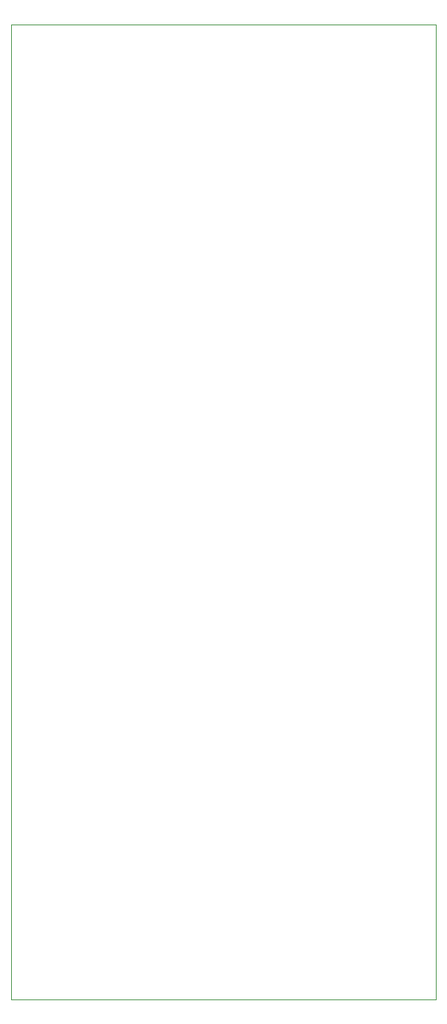
<source format=gbr>
G04 #@! TF.GenerationSoftware,KiCad,Pcbnew,8.0.0*
G04 #@! TF.CreationDate,2024-07-20T14:52:05+02:00*
G04 #@! TF.ProjectId,ES_Daisy_Patch_SM_FB_Rev1,45535f44-6169-4737-995f-50617463685f,rev?*
G04 #@! TF.SameCoordinates,Original*
G04 #@! TF.FileFunction,Profile,NP*
%FSLAX46Y46*%
G04 Gerber Fmt 4.6, Leading zero omitted, Abs format (unit mm)*
G04 Created by KiCad (PCBNEW 8.0.0) date 2024-07-20 14:52:05*
%MOMM*%
%LPD*%
G01*
G04 APERTURE LIST*
G04 #@! TA.AperFunction,Profile*
%ADD10C,0.050000*%
G04 #@! TD*
G04 APERTURE END LIST*
D10*
X124251100Y-160503600D02*
X172751100Y-160503600D01*
X124251100Y-49503600D02*
X172751100Y-49503600D01*
X124251100Y-160503600D02*
X124251100Y-49503600D01*
X172751100Y-160503600D02*
X172751100Y-49503600D01*
M02*

</source>
